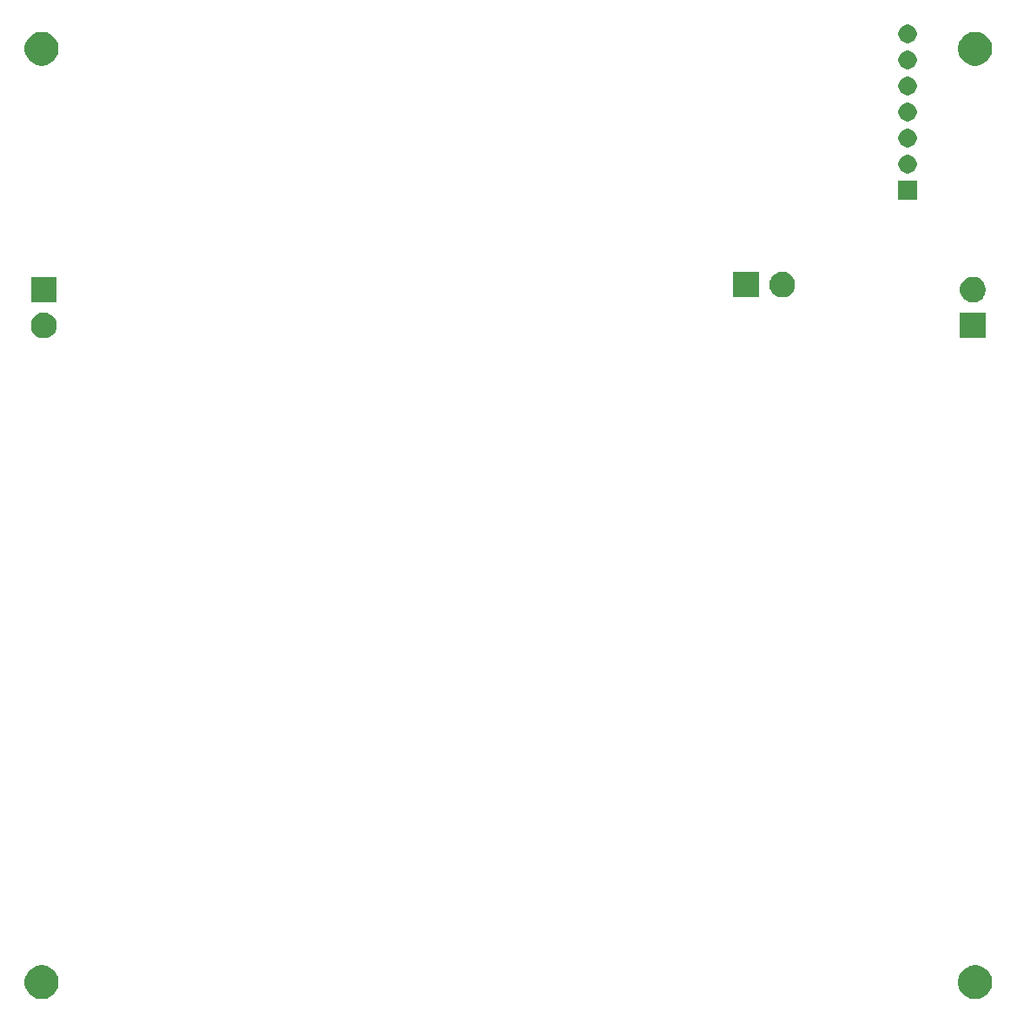
<source format=gbr>
G04 #@! TF.GenerationSoftware,KiCad,Pcbnew,5.1.5+dfsg1-2build2*
G04 #@! TF.CreationDate,2021-02-08T21:47:53-05:00*
G04 #@! TF.ProjectId,hbridgechassis,68627269-6467-4656-9368-61737369732e,rev?*
G04 #@! TF.SameCoordinates,Original*
G04 #@! TF.FileFunction,Soldermask,Bot*
G04 #@! TF.FilePolarity,Negative*
%FSLAX46Y46*%
G04 Gerber Fmt 4.6, Leading zero omitted, Abs format (unit mm)*
G04 Created by KiCad (PCBNEW 5.1.5+dfsg1-2build2) date 2021-02-08 21:47:53*
%MOMM*%
%LPD*%
G04 APERTURE LIST*
%ADD10C,0.100000*%
G04 APERTURE END LIST*
D10*
G36*
X145875256Y-143891298D02*
G01*
X145981579Y-143912447D01*
X146282042Y-144036903D01*
X146552451Y-144217585D01*
X146782415Y-144447549D01*
X146963097Y-144717958D01*
X147087553Y-145018421D01*
X147151000Y-145337391D01*
X147151000Y-145662609D01*
X147087553Y-145981579D01*
X146963097Y-146282042D01*
X146782415Y-146552451D01*
X146552451Y-146782415D01*
X146282042Y-146963097D01*
X145981579Y-147087553D01*
X145875256Y-147108702D01*
X145662611Y-147151000D01*
X145337389Y-147151000D01*
X145124744Y-147108702D01*
X145018421Y-147087553D01*
X144717958Y-146963097D01*
X144447549Y-146782415D01*
X144217585Y-146552451D01*
X144036903Y-146282042D01*
X143912447Y-145981579D01*
X143849000Y-145662609D01*
X143849000Y-145337391D01*
X143912447Y-145018421D01*
X144036903Y-144717958D01*
X144217585Y-144447549D01*
X144447549Y-144217585D01*
X144717958Y-144036903D01*
X145018421Y-143912447D01*
X145124744Y-143891298D01*
X145337389Y-143849000D01*
X145662611Y-143849000D01*
X145875256Y-143891298D01*
G37*
G36*
X54875256Y-143891298D02*
G01*
X54981579Y-143912447D01*
X55282042Y-144036903D01*
X55552451Y-144217585D01*
X55782415Y-144447549D01*
X55963097Y-144717958D01*
X56087553Y-145018421D01*
X56151000Y-145337391D01*
X56151000Y-145662609D01*
X56087553Y-145981579D01*
X55963097Y-146282042D01*
X55782415Y-146552451D01*
X55552451Y-146782415D01*
X55282042Y-146963097D01*
X54981579Y-147087553D01*
X54875256Y-147108702D01*
X54662611Y-147151000D01*
X54337389Y-147151000D01*
X54124744Y-147108702D01*
X54018421Y-147087553D01*
X53717958Y-146963097D01*
X53447549Y-146782415D01*
X53217585Y-146552451D01*
X53036903Y-146282042D01*
X52912447Y-145981579D01*
X52849000Y-145662609D01*
X52849000Y-145337391D01*
X52912447Y-145018421D01*
X53036903Y-144717958D01*
X53217585Y-144447549D01*
X53447549Y-144217585D01*
X53717958Y-144036903D01*
X54018421Y-143912447D01*
X54124744Y-143891298D01*
X54337389Y-143849000D01*
X54662611Y-143849000D01*
X54875256Y-143891298D01*
G37*
G36*
X146539000Y-82729000D02*
G01*
X144037000Y-82729000D01*
X144037000Y-80227000D01*
X146539000Y-80227000D01*
X146539000Y-82729000D01*
G37*
G36*
X55076903Y-80275075D02*
G01*
X55304571Y-80369378D01*
X55509466Y-80506285D01*
X55683715Y-80680534D01*
X55820622Y-80885429D01*
X55914925Y-81113097D01*
X55963000Y-81354787D01*
X55963000Y-81601213D01*
X55914925Y-81842903D01*
X55820622Y-82070571D01*
X55683715Y-82275466D01*
X55509466Y-82449715D01*
X55304571Y-82586622D01*
X55304570Y-82586623D01*
X55304569Y-82586623D01*
X55076903Y-82680925D01*
X54835214Y-82729000D01*
X54588786Y-82729000D01*
X54347097Y-82680925D01*
X54119431Y-82586623D01*
X54119430Y-82586623D01*
X54119429Y-82586622D01*
X53914534Y-82449715D01*
X53740285Y-82275466D01*
X53603378Y-82070571D01*
X53509075Y-81842903D01*
X53461000Y-81601213D01*
X53461000Y-81354787D01*
X53509075Y-81113097D01*
X53603378Y-80885429D01*
X53740285Y-80680534D01*
X53914534Y-80506285D01*
X54119429Y-80369378D01*
X54347097Y-80275075D01*
X54588786Y-80227000D01*
X54835214Y-80227000D01*
X55076903Y-80275075D01*
G37*
G36*
X145652903Y-76775075D02*
G01*
X145880571Y-76869378D01*
X146085466Y-77006285D01*
X146259715Y-77180534D01*
X146396622Y-77385429D01*
X146396623Y-77385431D01*
X146490925Y-77613097D01*
X146539000Y-77854786D01*
X146539000Y-78101214D01*
X146490925Y-78342903D01*
X146437570Y-78471715D01*
X146396622Y-78570571D01*
X146259715Y-78775466D01*
X146085466Y-78949715D01*
X145880571Y-79086622D01*
X145880570Y-79086623D01*
X145880569Y-79086623D01*
X145652903Y-79180925D01*
X145411214Y-79229000D01*
X145164786Y-79229000D01*
X144923097Y-79180925D01*
X144695431Y-79086623D01*
X144695430Y-79086623D01*
X144695429Y-79086622D01*
X144490534Y-78949715D01*
X144316285Y-78775466D01*
X144179378Y-78570571D01*
X144138431Y-78471715D01*
X144085075Y-78342903D01*
X144037000Y-78101214D01*
X144037000Y-77854786D01*
X144085075Y-77613097D01*
X144179377Y-77385431D01*
X144179378Y-77385429D01*
X144316285Y-77180534D01*
X144490534Y-77006285D01*
X144695429Y-76869378D01*
X144923097Y-76775075D01*
X145164786Y-76727000D01*
X145411214Y-76727000D01*
X145652903Y-76775075D01*
G37*
G36*
X55963000Y-79229000D02*
G01*
X53461000Y-79229000D01*
X53461000Y-76727000D01*
X55963000Y-76727000D01*
X55963000Y-79229000D01*
G37*
G36*
X124441000Y-78751000D02*
G01*
X121939000Y-78751000D01*
X121939000Y-76249000D01*
X124441000Y-76249000D01*
X124441000Y-78751000D01*
G37*
G36*
X127054903Y-76297075D02*
G01*
X127282571Y-76391378D01*
X127487466Y-76528285D01*
X127661715Y-76702534D01*
X127773196Y-76869377D01*
X127798623Y-76907431D01*
X127892925Y-77135097D01*
X127941000Y-77376787D01*
X127941000Y-77623213D01*
X127892925Y-77864903D01*
X127798622Y-78092571D01*
X127661715Y-78297466D01*
X127487466Y-78471715D01*
X127282571Y-78608622D01*
X127282570Y-78608623D01*
X127282569Y-78608623D01*
X127054903Y-78702925D01*
X126813214Y-78751000D01*
X126566786Y-78751000D01*
X126325097Y-78702925D01*
X126097431Y-78608623D01*
X126097430Y-78608623D01*
X126097429Y-78608622D01*
X125892534Y-78471715D01*
X125718285Y-78297466D01*
X125581378Y-78092571D01*
X125487075Y-77864903D01*
X125439000Y-77623213D01*
X125439000Y-77376787D01*
X125487075Y-77135097D01*
X125581377Y-76907431D01*
X125606804Y-76869377D01*
X125718285Y-76702534D01*
X125892534Y-76528285D01*
X126097429Y-76391378D01*
X126325097Y-76297075D01*
X126566786Y-76249000D01*
X126813214Y-76249000D01*
X127054903Y-76297075D01*
G37*
G36*
X139813600Y-69201600D02*
G01*
X138011600Y-69201600D01*
X138011600Y-67399600D01*
X139813600Y-67399600D01*
X139813600Y-69201600D01*
G37*
G36*
X139026112Y-64864527D02*
G01*
X139175412Y-64894224D01*
X139339384Y-64962144D01*
X139486954Y-65060747D01*
X139612453Y-65186246D01*
X139711056Y-65333816D01*
X139778976Y-65497788D01*
X139813600Y-65671859D01*
X139813600Y-65849341D01*
X139778976Y-66023412D01*
X139711056Y-66187384D01*
X139612453Y-66334954D01*
X139486954Y-66460453D01*
X139339384Y-66559056D01*
X139175412Y-66626976D01*
X139026112Y-66656673D01*
X139001342Y-66661600D01*
X138823858Y-66661600D01*
X138799088Y-66656673D01*
X138649788Y-66626976D01*
X138485816Y-66559056D01*
X138338246Y-66460453D01*
X138212747Y-66334954D01*
X138114144Y-66187384D01*
X138046224Y-66023412D01*
X138011600Y-65849341D01*
X138011600Y-65671859D01*
X138046224Y-65497788D01*
X138114144Y-65333816D01*
X138212747Y-65186246D01*
X138338246Y-65060747D01*
X138485816Y-64962144D01*
X138649788Y-64894224D01*
X138799088Y-64864527D01*
X138823858Y-64859600D01*
X139001342Y-64859600D01*
X139026112Y-64864527D01*
G37*
G36*
X139026112Y-62324527D02*
G01*
X139175412Y-62354224D01*
X139339384Y-62422144D01*
X139486954Y-62520747D01*
X139612453Y-62646246D01*
X139711056Y-62793816D01*
X139778976Y-62957788D01*
X139813600Y-63131859D01*
X139813600Y-63309341D01*
X139778976Y-63483412D01*
X139711056Y-63647384D01*
X139612453Y-63794954D01*
X139486954Y-63920453D01*
X139339384Y-64019056D01*
X139175412Y-64086976D01*
X139026112Y-64116673D01*
X139001342Y-64121600D01*
X138823858Y-64121600D01*
X138799088Y-64116673D01*
X138649788Y-64086976D01*
X138485816Y-64019056D01*
X138338246Y-63920453D01*
X138212747Y-63794954D01*
X138114144Y-63647384D01*
X138046224Y-63483412D01*
X138011600Y-63309341D01*
X138011600Y-63131859D01*
X138046224Y-62957788D01*
X138114144Y-62793816D01*
X138212747Y-62646246D01*
X138338246Y-62520747D01*
X138485816Y-62422144D01*
X138649788Y-62354224D01*
X138799088Y-62324527D01*
X138823858Y-62319600D01*
X139001342Y-62319600D01*
X139026112Y-62324527D01*
G37*
G36*
X139026112Y-59784527D02*
G01*
X139175412Y-59814224D01*
X139339384Y-59882144D01*
X139486954Y-59980747D01*
X139612453Y-60106246D01*
X139711056Y-60253816D01*
X139778976Y-60417788D01*
X139813600Y-60591859D01*
X139813600Y-60769341D01*
X139778976Y-60943412D01*
X139711056Y-61107384D01*
X139612453Y-61254954D01*
X139486954Y-61380453D01*
X139339384Y-61479056D01*
X139175412Y-61546976D01*
X139026112Y-61576673D01*
X139001342Y-61581600D01*
X138823858Y-61581600D01*
X138799088Y-61576673D01*
X138649788Y-61546976D01*
X138485816Y-61479056D01*
X138338246Y-61380453D01*
X138212747Y-61254954D01*
X138114144Y-61107384D01*
X138046224Y-60943412D01*
X138011600Y-60769341D01*
X138011600Y-60591859D01*
X138046224Y-60417788D01*
X138114144Y-60253816D01*
X138212747Y-60106246D01*
X138338246Y-59980747D01*
X138485816Y-59882144D01*
X138649788Y-59814224D01*
X138799088Y-59784527D01*
X138823858Y-59779600D01*
X139001342Y-59779600D01*
X139026112Y-59784527D01*
G37*
G36*
X139026112Y-57244527D02*
G01*
X139175412Y-57274224D01*
X139339384Y-57342144D01*
X139486954Y-57440747D01*
X139612453Y-57566246D01*
X139711056Y-57713816D01*
X139778976Y-57877788D01*
X139813600Y-58051859D01*
X139813600Y-58229341D01*
X139778976Y-58403412D01*
X139711056Y-58567384D01*
X139612453Y-58714954D01*
X139486954Y-58840453D01*
X139339384Y-58939056D01*
X139175412Y-59006976D01*
X139026112Y-59036673D01*
X139001342Y-59041600D01*
X138823858Y-59041600D01*
X138799088Y-59036673D01*
X138649788Y-59006976D01*
X138485816Y-58939056D01*
X138338246Y-58840453D01*
X138212747Y-58714954D01*
X138114144Y-58567384D01*
X138046224Y-58403412D01*
X138011600Y-58229341D01*
X138011600Y-58051859D01*
X138046224Y-57877788D01*
X138114144Y-57713816D01*
X138212747Y-57566246D01*
X138338246Y-57440747D01*
X138485816Y-57342144D01*
X138649788Y-57274224D01*
X138799088Y-57244527D01*
X138823858Y-57239600D01*
X139001342Y-57239600D01*
X139026112Y-57244527D01*
G37*
G36*
X139026112Y-54704527D02*
G01*
X139175412Y-54734224D01*
X139339384Y-54802144D01*
X139486954Y-54900747D01*
X139612453Y-55026246D01*
X139711056Y-55173816D01*
X139778976Y-55337788D01*
X139813600Y-55511859D01*
X139813600Y-55689341D01*
X139778976Y-55863412D01*
X139711056Y-56027384D01*
X139612453Y-56174954D01*
X139486954Y-56300453D01*
X139339384Y-56399056D01*
X139175412Y-56466976D01*
X139026112Y-56496673D01*
X139001342Y-56501600D01*
X138823858Y-56501600D01*
X138799088Y-56496673D01*
X138649788Y-56466976D01*
X138485816Y-56399056D01*
X138338246Y-56300453D01*
X138212747Y-56174954D01*
X138114144Y-56027384D01*
X138046224Y-55863412D01*
X138011600Y-55689341D01*
X138011600Y-55511859D01*
X138046224Y-55337788D01*
X138114144Y-55173816D01*
X138212747Y-55026246D01*
X138338246Y-54900747D01*
X138485816Y-54802144D01*
X138649788Y-54734224D01*
X138799088Y-54704527D01*
X138823858Y-54699600D01*
X139001342Y-54699600D01*
X139026112Y-54704527D01*
G37*
G36*
X145875256Y-52891298D02*
G01*
X145981579Y-52912447D01*
X146282042Y-53036903D01*
X146552451Y-53217585D01*
X146782415Y-53447549D01*
X146963097Y-53717958D01*
X147087553Y-54018421D01*
X147151000Y-54337391D01*
X147151000Y-54662609D01*
X147087553Y-54981579D01*
X146963097Y-55282042D01*
X146782415Y-55552451D01*
X146552451Y-55782415D01*
X146282042Y-55963097D01*
X145981579Y-56087553D01*
X145875256Y-56108702D01*
X145662611Y-56151000D01*
X145337389Y-56151000D01*
X145124744Y-56108702D01*
X145018421Y-56087553D01*
X144717958Y-55963097D01*
X144447549Y-55782415D01*
X144217585Y-55552451D01*
X144036903Y-55282042D01*
X143912447Y-54981579D01*
X143849000Y-54662609D01*
X143849000Y-54337391D01*
X143912447Y-54018421D01*
X144036903Y-53717958D01*
X144217585Y-53447549D01*
X144447549Y-53217585D01*
X144717958Y-53036903D01*
X145018421Y-52912447D01*
X145124744Y-52891298D01*
X145337389Y-52849000D01*
X145662611Y-52849000D01*
X145875256Y-52891298D01*
G37*
G36*
X54875256Y-52891298D02*
G01*
X54981579Y-52912447D01*
X55282042Y-53036903D01*
X55552451Y-53217585D01*
X55782415Y-53447549D01*
X55963097Y-53717958D01*
X56087553Y-54018421D01*
X56151000Y-54337391D01*
X56151000Y-54662609D01*
X56087553Y-54981579D01*
X55963097Y-55282042D01*
X55782415Y-55552451D01*
X55552451Y-55782415D01*
X55282042Y-55963097D01*
X54981579Y-56087553D01*
X54875256Y-56108702D01*
X54662611Y-56151000D01*
X54337389Y-56151000D01*
X54124744Y-56108702D01*
X54018421Y-56087553D01*
X53717958Y-55963097D01*
X53447549Y-55782415D01*
X53217585Y-55552451D01*
X53036903Y-55282042D01*
X52912447Y-54981579D01*
X52849000Y-54662609D01*
X52849000Y-54337391D01*
X52912447Y-54018421D01*
X53036903Y-53717958D01*
X53217585Y-53447549D01*
X53447549Y-53217585D01*
X53717958Y-53036903D01*
X54018421Y-52912447D01*
X54124744Y-52891298D01*
X54337389Y-52849000D01*
X54662611Y-52849000D01*
X54875256Y-52891298D01*
G37*
G36*
X139026112Y-52164527D02*
G01*
X139175412Y-52194224D01*
X139339384Y-52262144D01*
X139486954Y-52360747D01*
X139612453Y-52486246D01*
X139711056Y-52633816D01*
X139778976Y-52797788D01*
X139813600Y-52971859D01*
X139813600Y-53149341D01*
X139778976Y-53323412D01*
X139711056Y-53487384D01*
X139612453Y-53634954D01*
X139486954Y-53760453D01*
X139339384Y-53859056D01*
X139175412Y-53926976D01*
X139026112Y-53956673D01*
X139001342Y-53961600D01*
X138823858Y-53961600D01*
X138799088Y-53956673D01*
X138649788Y-53926976D01*
X138485816Y-53859056D01*
X138338246Y-53760453D01*
X138212747Y-53634954D01*
X138114144Y-53487384D01*
X138046224Y-53323412D01*
X138011600Y-53149341D01*
X138011600Y-52971859D01*
X138046224Y-52797788D01*
X138114144Y-52633816D01*
X138212747Y-52486246D01*
X138338246Y-52360747D01*
X138485816Y-52262144D01*
X138649788Y-52194224D01*
X138799088Y-52164527D01*
X138823858Y-52159600D01*
X139001342Y-52159600D01*
X139026112Y-52164527D01*
G37*
M02*

</source>
